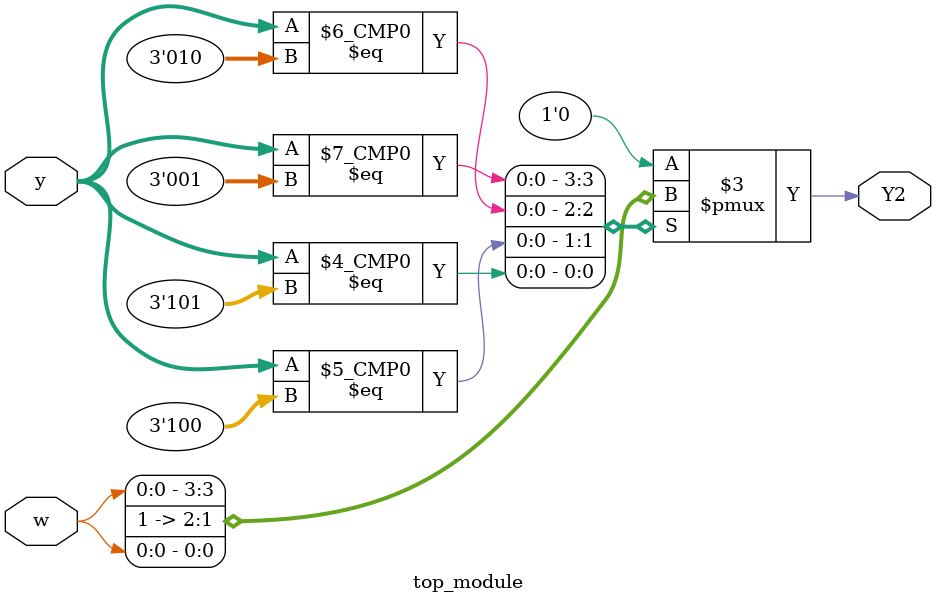
<source format=sv>
module top_module(
    input [3:1] y,
    input w,
    output reg Y2);

    // State encoding
    parameter A = 3'b000;
    parameter B = 3'b001;
    parameter C = 3'b010;
    parameter D = 3'b011;
    parameter E = 3'b100;
    parameter F = 3'b101;

    always @(*) begin
        case (y)
            A: Y2 = 0; // A to B or A based on w, both have Y2=0
            B: Y2 = w; // B to D if w=1, 0 otherwise
            C: Y2 = 1; // C to D if w=1, 0 otherwise, but next state will make Y2=1
            D: Y2 = 0; // D to F or A, both have Y2=0
            E: Y2 = 1; // E stays or goes to D, both have Y2=1
            F: Y2 = w; // F to D if w=1, C otherwise
            default: Y2 = 0; // default case
        endcase
    end

endmodule

</source>
